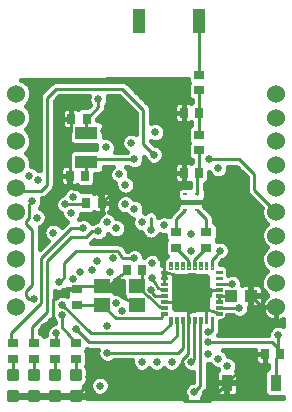
<source format=gbl>
G75*
%MOIN*%
%OFA0B0*%
%FSLAX24Y24*%
%IPPOS*%
%LPD*%
%AMOC8*
5,1,8,0,0,1.08239X$1,22.5*
%
%ADD10R,0.0276X0.0354*%
%ADD11R,0.0354X0.0276*%
%ADD12C,0.0118*%
%ADD13R,0.0750X0.0430*%
%ADD14R,0.0394X0.0787*%
%ADD15C,0.0252*%
%ADD16C,0.0035*%
%ADD17R,0.0157X0.0106*%
%ADD18R,0.0374X0.0551*%
%ADD19C,0.0600*%
%ADD20R,0.0551X0.0453*%
%ADD21R,0.0433X0.0394*%
%ADD22C,0.0100*%
%ADD23C,0.0260*%
%ADD24C,0.0160*%
D10*
X004917Y004680D03*
X005429Y004680D03*
X004079Y006930D03*
X003567Y006930D03*
X003529Y007830D03*
X003017Y007830D03*
X003067Y009730D03*
X003579Y009730D03*
X006817Y009930D03*
X007329Y009930D03*
X007329Y007930D03*
X006817Y007930D03*
X009517Y001880D03*
X010029Y001880D03*
D11*
X007573Y005424D03*
X007573Y005936D03*
X006573Y005936D03*
X006573Y005424D03*
X007323Y008674D03*
X007323Y009186D03*
X007323Y010674D03*
X007323Y011186D03*
X003273Y004036D03*
X003273Y003524D03*
X003223Y002236D03*
X003223Y001724D03*
X002523Y001724D03*
X002523Y002236D03*
X001823Y002236D03*
X001823Y001724D03*
X001123Y001724D03*
X001123Y002236D03*
D12*
X001261Y000347D02*
X000985Y000347D01*
X000985Y000623D01*
X001261Y000623D01*
X001261Y000347D01*
X001261Y000464D02*
X000985Y000464D01*
X000985Y000581D02*
X001261Y000581D01*
X001261Y001037D02*
X000985Y001037D01*
X000985Y001313D01*
X001261Y001313D01*
X001261Y001037D01*
X001261Y001154D02*
X000985Y001154D01*
X000985Y001271D02*
X001261Y001271D01*
X001685Y001037D02*
X001961Y001037D01*
X001685Y001037D02*
X001685Y001313D01*
X001961Y001313D01*
X001961Y001037D01*
X001961Y001154D02*
X001685Y001154D01*
X001685Y001271D02*
X001961Y001271D01*
X002385Y001037D02*
X002661Y001037D01*
X002385Y001037D02*
X002385Y001313D01*
X002661Y001313D01*
X002661Y001037D01*
X002661Y001154D02*
X002385Y001154D01*
X002385Y001271D02*
X002661Y001271D01*
X003085Y001037D02*
X003361Y001037D01*
X003085Y001037D02*
X003085Y001313D01*
X003361Y001313D01*
X003361Y001037D01*
X003361Y001154D02*
X003085Y001154D01*
X003085Y001271D02*
X003361Y001271D01*
X003361Y000347D02*
X003085Y000347D01*
X003085Y000623D01*
X003361Y000623D01*
X003361Y000347D01*
X003361Y000464D02*
X003085Y000464D01*
X003085Y000581D02*
X003361Y000581D01*
X002661Y000347D02*
X002385Y000347D01*
X002385Y000623D01*
X002661Y000623D01*
X002661Y000347D01*
X002661Y000464D02*
X002385Y000464D01*
X002385Y000581D02*
X002661Y000581D01*
X001961Y000347D02*
X001685Y000347D01*
X001685Y000623D01*
X001961Y000623D01*
X001961Y000347D01*
X001961Y000464D02*
X001685Y000464D01*
X001685Y000581D02*
X001961Y000581D01*
D13*
X003573Y008300D03*
X003573Y009260D03*
D14*
X005319Y012980D03*
X007327Y012980D03*
D15*
X006569Y004434D02*
X006569Y003426D01*
X006569Y004434D02*
X007577Y004434D01*
X007577Y003426D01*
X006569Y003426D01*
X006569Y003677D02*
X007577Y003677D01*
X007577Y003928D02*
X006569Y003928D01*
X006569Y004179D02*
X007577Y004179D01*
X007577Y004430D02*
X006569Y004430D01*
D16*
X006269Y004380D02*
X006067Y004380D01*
X006067Y004464D01*
X006269Y004464D01*
X006269Y004380D01*
X006269Y004414D02*
X006067Y004414D01*
X006067Y004448D02*
X006269Y004448D01*
X006269Y004577D02*
X006067Y004577D01*
X006067Y004661D01*
X006269Y004661D01*
X006269Y004577D01*
X006269Y004611D02*
X006067Y004611D01*
X006067Y004645D02*
X006269Y004645D01*
X006342Y004735D02*
X006342Y004937D01*
X006426Y004937D01*
X006426Y004735D01*
X006342Y004735D01*
X006342Y004769D02*
X006426Y004769D01*
X006426Y004803D02*
X006342Y004803D01*
X006342Y004837D02*
X006426Y004837D01*
X006426Y004871D02*
X006342Y004871D01*
X006342Y004905D02*
X006426Y004905D01*
X006539Y004937D02*
X006539Y004735D01*
X006539Y004937D02*
X006623Y004937D01*
X006623Y004735D01*
X006539Y004735D01*
X006539Y004769D02*
X006623Y004769D01*
X006623Y004803D02*
X006539Y004803D01*
X006539Y004837D02*
X006623Y004837D01*
X006623Y004871D02*
X006539Y004871D01*
X006539Y004905D02*
X006623Y004905D01*
X006736Y004937D02*
X006736Y004735D01*
X006736Y004937D02*
X006820Y004937D01*
X006820Y004735D01*
X006736Y004735D01*
X006736Y004769D02*
X006820Y004769D01*
X006820Y004803D02*
X006736Y004803D01*
X006736Y004837D02*
X006820Y004837D01*
X006820Y004871D02*
X006736Y004871D01*
X006736Y004905D02*
X006820Y004905D01*
X006933Y004937D02*
X006933Y004735D01*
X006933Y004937D02*
X007017Y004937D01*
X007017Y004735D01*
X006933Y004735D01*
X006933Y004769D02*
X007017Y004769D01*
X007017Y004803D02*
X006933Y004803D01*
X006933Y004837D02*
X007017Y004837D01*
X007017Y004871D02*
X006933Y004871D01*
X006933Y004905D02*
X007017Y004905D01*
X007130Y004937D02*
X007130Y004735D01*
X007130Y004937D02*
X007214Y004937D01*
X007214Y004735D01*
X007130Y004735D01*
X007130Y004769D02*
X007214Y004769D01*
X007214Y004803D02*
X007130Y004803D01*
X007130Y004837D02*
X007214Y004837D01*
X007214Y004871D02*
X007130Y004871D01*
X007130Y004905D02*
X007214Y004905D01*
X007327Y004937D02*
X007327Y004735D01*
X007327Y004937D02*
X007411Y004937D01*
X007411Y004735D01*
X007327Y004735D01*
X007327Y004769D02*
X007411Y004769D01*
X007411Y004803D02*
X007327Y004803D01*
X007327Y004837D02*
X007411Y004837D01*
X007411Y004871D02*
X007327Y004871D01*
X007327Y004905D02*
X007411Y004905D01*
X007523Y004937D02*
X007523Y004735D01*
X007523Y004937D02*
X007607Y004937D01*
X007607Y004735D01*
X007523Y004735D01*
X007523Y004769D02*
X007607Y004769D01*
X007607Y004803D02*
X007523Y004803D01*
X007523Y004837D02*
X007607Y004837D01*
X007607Y004871D02*
X007523Y004871D01*
X007523Y004905D02*
X007607Y004905D01*
X007720Y004937D02*
X007720Y004735D01*
X007720Y004937D02*
X007804Y004937D01*
X007804Y004735D01*
X007720Y004735D01*
X007720Y004769D02*
X007804Y004769D01*
X007804Y004803D02*
X007720Y004803D01*
X007720Y004837D02*
X007804Y004837D01*
X007804Y004871D02*
X007720Y004871D01*
X007720Y004905D02*
X007804Y004905D01*
X007878Y004661D02*
X008080Y004661D01*
X008080Y004577D01*
X007878Y004577D01*
X007878Y004661D01*
X007878Y004611D02*
X008080Y004611D01*
X008080Y004645D02*
X007878Y004645D01*
X007878Y004464D02*
X008080Y004464D01*
X008080Y004380D01*
X007878Y004380D01*
X007878Y004464D01*
X007878Y004414D02*
X008080Y004414D01*
X008080Y004448D02*
X007878Y004448D01*
X007878Y004267D02*
X008080Y004267D01*
X008080Y004183D01*
X007878Y004183D01*
X007878Y004267D01*
X007878Y004217D02*
X008080Y004217D01*
X008080Y004251D02*
X007878Y004251D01*
X007878Y004070D02*
X008080Y004070D01*
X008080Y003986D01*
X007878Y003986D01*
X007878Y004070D01*
X007878Y004020D02*
X008080Y004020D01*
X008080Y004054D02*
X007878Y004054D01*
X007878Y003874D02*
X008080Y003874D01*
X008080Y003790D01*
X007878Y003790D01*
X007878Y003874D01*
X007878Y003824D02*
X008080Y003824D01*
X008080Y003858D02*
X007878Y003858D01*
X007878Y003677D02*
X008080Y003677D01*
X008080Y003593D01*
X007878Y003593D01*
X007878Y003677D01*
X007878Y003627D02*
X008080Y003627D01*
X008080Y003661D02*
X007878Y003661D01*
X007878Y003480D02*
X008080Y003480D01*
X008080Y003396D01*
X007878Y003396D01*
X007878Y003480D01*
X007878Y003430D02*
X008080Y003430D01*
X008080Y003464D02*
X007878Y003464D01*
X007878Y003283D02*
X008080Y003283D01*
X008080Y003199D01*
X007878Y003199D01*
X007878Y003283D01*
X007878Y003233D02*
X008080Y003233D01*
X008080Y003267D02*
X007878Y003267D01*
X007804Y003125D02*
X007804Y002923D01*
X007720Y002923D01*
X007720Y003125D01*
X007804Y003125D01*
X007804Y002957D02*
X007720Y002957D01*
X007720Y002991D02*
X007804Y002991D01*
X007804Y003025D02*
X007720Y003025D01*
X007720Y003059D02*
X007804Y003059D01*
X007804Y003093D02*
X007720Y003093D01*
X007607Y003125D02*
X007607Y002923D01*
X007523Y002923D01*
X007523Y003125D01*
X007607Y003125D01*
X007607Y002957D02*
X007523Y002957D01*
X007523Y002991D02*
X007607Y002991D01*
X007607Y003025D02*
X007523Y003025D01*
X007523Y003059D02*
X007607Y003059D01*
X007607Y003093D02*
X007523Y003093D01*
X007411Y003125D02*
X007411Y002923D01*
X007327Y002923D01*
X007327Y003125D01*
X007411Y003125D01*
X007411Y002957D02*
X007327Y002957D01*
X007327Y002991D02*
X007411Y002991D01*
X007411Y003025D02*
X007327Y003025D01*
X007327Y003059D02*
X007411Y003059D01*
X007411Y003093D02*
X007327Y003093D01*
X007214Y003125D02*
X007214Y002923D01*
X007130Y002923D01*
X007130Y003125D01*
X007214Y003125D01*
X007214Y002957D02*
X007130Y002957D01*
X007130Y002991D02*
X007214Y002991D01*
X007214Y003025D02*
X007130Y003025D01*
X007130Y003059D02*
X007214Y003059D01*
X007214Y003093D02*
X007130Y003093D01*
X007017Y003125D02*
X007017Y002923D01*
X006933Y002923D01*
X006933Y003125D01*
X007017Y003125D01*
X007017Y002957D02*
X006933Y002957D01*
X006933Y002991D02*
X007017Y002991D01*
X007017Y003025D02*
X006933Y003025D01*
X006933Y003059D02*
X007017Y003059D01*
X007017Y003093D02*
X006933Y003093D01*
X006820Y003125D02*
X006820Y002923D01*
X006736Y002923D01*
X006736Y003125D01*
X006820Y003125D01*
X006820Y002957D02*
X006736Y002957D01*
X006736Y002991D02*
X006820Y002991D01*
X006820Y003025D02*
X006736Y003025D01*
X006736Y003059D02*
X006820Y003059D01*
X006820Y003093D02*
X006736Y003093D01*
X006623Y003125D02*
X006623Y002923D01*
X006539Y002923D01*
X006539Y003125D01*
X006623Y003125D01*
X006623Y002957D02*
X006539Y002957D01*
X006539Y002991D02*
X006623Y002991D01*
X006623Y003025D02*
X006539Y003025D01*
X006539Y003059D02*
X006623Y003059D01*
X006623Y003093D02*
X006539Y003093D01*
X006426Y003125D02*
X006426Y002923D01*
X006342Y002923D01*
X006342Y003125D01*
X006426Y003125D01*
X006426Y002957D02*
X006342Y002957D01*
X006342Y002991D02*
X006426Y002991D01*
X006426Y003025D02*
X006342Y003025D01*
X006342Y003059D02*
X006426Y003059D01*
X006426Y003093D02*
X006342Y003093D01*
X006269Y003199D02*
X006067Y003199D01*
X006067Y003283D01*
X006269Y003283D01*
X006269Y003199D01*
X006269Y003233D02*
X006067Y003233D01*
X006067Y003267D02*
X006269Y003267D01*
X006269Y003396D02*
X006067Y003396D01*
X006067Y003480D01*
X006269Y003480D01*
X006269Y003396D01*
X006269Y003430D02*
X006067Y003430D01*
X006067Y003464D02*
X006269Y003464D01*
X006269Y003593D02*
X006067Y003593D01*
X006067Y003677D01*
X006269Y003677D01*
X006269Y003593D01*
X006269Y003627D02*
X006067Y003627D01*
X006067Y003661D02*
X006269Y003661D01*
X006269Y003790D02*
X006067Y003790D01*
X006067Y003874D01*
X006269Y003874D01*
X006269Y003790D01*
X006269Y003824D02*
X006067Y003824D01*
X006067Y003858D02*
X006269Y003858D01*
X006269Y003986D02*
X006067Y003986D01*
X006067Y004070D01*
X006269Y004070D01*
X006269Y003986D01*
X006269Y004020D02*
X006067Y004020D01*
X006067Y004054D02*
X006269Y004054D01*
X006269Y004183D02*
X006067Y004183D01*
X006067Y004267D01*
X006269Y004267D01*
X006269Y004183D01*
X006269Y004217D02*
X006067Y004217D01*
X006067Y004251D02*
X006269Y004251D01*
D17*
X006876Y006694D03*
X006876Y006950D03*
X006876Y007206D03*
X007270Y007206D03*
X007270Y006950D03*
X007270Y006694D03*
D18*
X008256Y000930D03*
X009890Y000930D03*
D19*
X009904Y003467D03*
X009904Y004255D03*
X009904Y005042D03*
X009904Y005830D03*
X009904Y006617D03*
X009904Y007404D03*
X009904Y008192D03*
X009904Y008979D03*
X009904Y009767D03*
X009904Y010554D03*
X001243Y010554D03*
X001243Y009767D03*
X001243Y008979D03*
X001243Y008192D03*
X001243Y007404D03*
X001243Y006617D03*
X001243Y005830D03*
X001243Y005042D03*
X001243Y004255D03*
X001243Y003467D03*
D20*
X004083Y003515D03*
X004083Y004145D03*
X005264Y004145D03*
X005264Y003515D03*
D21*
X008389Y003830D03*
X009058Y003830D03*
D22*
X009421Y003467D01*
X009904Y003467D01*
X009973Y002530D02*
X009973Y002080D01*
X009773Y002280D01*
X007623Y002280D01*
X007623Y002630D02*
X007723Y002630D01*
X007773Y002680D01*
X007773Y003013D01*
X007762Y003024D01*
X007565Y003024D02*
X007565Y003438D01*
X007223Y003780D01*
X007472Y004028D01*
X007979Y004028D01*
X007067Y004028D01*
X006673Y003635D01*
X007073Y003635D01*
X007073Y003930D01*
X006729Y004474D01*
X006173Y004624D01*
X006168Y004619D01*
X006168Y004225D01*
X006168Y004028D02*
X005973Y004080D01*
X005773Y004430D01*
X005429Y004360D02*
X005264Y004145D01*
X006015Y003438D01*
X006168Y003438D01*
X006168Y003241D02*
X006062Y003091D01*
X005923Y003080D01*
X004568Y003080D01*
X004083Y003515D01*
X004042Y003524D01*
X003273Y003524D01*
X002773Y003530D02*
X003723Y002580D01*
X006073Y002580D01*
X006384Y002891D01*
X006384Y003024D01*
X006581Y003024D02*
X006581Y002488D01*
X006373Y002280D01*
X003673Y002280D01*
X003223Y002730D01*
X002773Y002786D02*
X003223Y002236D01*
X003223Y001724D02*
X003223Y001175D01*
X003673Y001130D02*
X003673Y000930D01*
X003273Y000530D01*
X003269Y000530D01*
X003223Y000485D01*
X002523Y000485D01*
X001823Y000485D01*
X001123Y000485D01*
X001123Y001175D02*
X001123Y001724D01*
X001123Y002236D02*
X001073Y002286D01*
X001073Y002580D01*
X002073Y003580D01*
X002073Y005080D01*
X003073Y006080D01*
X003473Y006080D01*
X003573Y005780D02*
X003073Y005780D01*
X002273Y004980D01*
X002273Y003280D01*
X001773Y002780D01*
X001773Y002286D01*
X001823Y002236D01*
X001823Y001724D02*
X001823Y001175D01*
X002523Y001175D02*
X002523Y001724D01*
X002523Y002236D02*
X002573Y002286D01*
X002573Y002580D01*
X002773Y002786D02*
X002773Y003180D01*
X002473Y003080D02*
X002173Y002780D01*
X002473Y003080D02*
X002473Y003730D01*
X002779Y004036D01*
X003273Y004036D01*
X003382Y004145D01*
X004083Y004145D01*
X005264Y003515D01*
X005773Y003930D02*
X005723Y004030D01*
X005773Y003930D02*
X005873Y003830D01*
X006166Y003830D01*
X006168Y003832D01*
X006168Y003635D02*
X006673Y003635D01*
X006873Y003780D02*
X006629Y004024D01*
X006629Y004130D01*
X006928Y003832D01*
X006975Y003832D01*
X007073Y003930D01*
X007223Y003780D01*
X007073Y003930D02*
X007172Y004028D01*
X006975Y003832D02*
X006975Y003024D01*
X006975Y001882D01*
X006773Y001680D01*
X006773Y000680D01*
X006623Y000530D01*
X006673Y000530D01*
X006873Y000330D01*
X007656Y000330D01*
X008256Y000930D01*
X009206Y001880D01*
X009517Y001880D01*
X009890Y001741D02*
X010029Y001880D01*
X009973Y001936D01*
X009973Y002080D01*
X009890Y001741D02*
X009890Y000930D01*
X007979Y003241D02*
X007662Y003341D01*
X007565Y003438D01*
X007979Y003438D02*
X007987Y003430D01*
X008673Y003430D01*
X008389Y003830D02*
X008387Y003832D01*
X007979Y003832D01*
X007979Y003635D01*
X007979Y004225D02*
X007984Y004230D01*
X008423Y004230D01*
X007762Y004836D02*
X007762Y005019D01*
X007923Y005180D01*
X007923Y005230D01*
X008023Y005330D01*
X007573Y005424D02*
X007172Y005023D01*
X007172Y004836D01*
X006975Y004836D02*
X006975Y005023D01*
X006573Y005424D01*
X006173Y004980D02*
X006173Y004624D01*
X006173Y004980D02*
X006073Y005080D01*
X005429Y004680D02*
X005429Y004360D01*
X004917Y004680D02*
X004332Y004195D01*
X004083Y004145D01*
X004773Y005080D02*
X004623Y005330D01*
X003223Y005330D01*
X002823Y004930D01*
X002823Y004430D01*
X002673Y004280D01*
X001773Y004180D02*
X001773Y006030D01*
X001573Y006230D01*
X001573Y006330D01*
X001673Y006430D01*
X001673Y006880D01*
X001773Y006980D01*
X002073Y007330D02*
X001317Y007330D01*
X001243Y007404D01*
X002073Y007330D02*
X002273Y007530D01*
X002273Y010430D01*
X002573Y010730D01*
X004773Y010730D01*
X005473Y010030D01*
X005473Y008880D01*
X005823Y008530D01*
X005173Y008380D02*
X003653Y008380D01*
X003573Y008300D01*
X003573Y007874D01*
X003529Y007830D01*
X003773Y007380D02*
X003173Y007380D01*
X002973Y007580D01*
X002973Y007786D01*
X003017Y007830D01*
X003017Y009136D01*
X002973Y009180D01*
X002573Y008780D01*
X002573Y006680D01*
X002873Y006380D01*
X002873Y006280D01*
X002873Y006880D02*
X003517Y006880D01*
X003567Y006930D01*
X003773Y007380D02*
X004079Y007074D01*
X004079Y006930D01*
X004329Y007180D01*
X005123Y007180D01*
X005273Y007330D01*
X005273Y007586D01*
X006373Y007680D02*
X006373Y007180D01*
X006604Y006950D01*
X006876Y006950D01*
X007270Y006950D01*
X007404Y006950D01*
X007573Y006780D01*
X007270Y006694D02*
X007573Y006391D01*
X007573Y005936D01*
X006876Y006694D02*
X006573Y006391D01*
X006573Y005936D01*
X005723Y006030D02*
X005723Y006424D01*
X006373Y007680D02*
X006573Y007880D01*
X006767Y007880D01*
X006817Y007930D01*
X007270Y007871D02*
X007270Y007206D01*
X007329Y007930D02*
X007329Y008668D01*
X007673Y008380D02*
X008673Y008380D01*
X009173Y007880D01*
X009173Y007348D01*
X009904Y006617D01*
X007323Y009186D02*
X007323Y009924D01*
X007329Y009930D02*
X007329Y010668D01*
X007323Y011186D02*
X007323Y012976D01*
X007327Y012980D01*
X003973Y010380D02*
X003973Y010124D01*
X003579Y009730D01*
X003573Y009724D01*
X003573Y009260D01*
X003067Y009274D02*
X002973Y009180D01*
X003067Y009274D02*
X003067Y009730D01*
X003773Y005980D02*
X003573Y005780D01*
X003773Y005980D02*
X003973Y005980D01*
X004773Y005080D02*
X005173Y005080D01*
X006778Y003024D02*
X006778Y002085D01*
X006623Y001930D01*
X004273Y001930D01*
X003273Y000530D02*
X006623Y000530D01*
X007173Y000630D02*
X007369Y000825D01*
X007369Y003024D01*
X007172Y003024D02*
X007172Y001728D01*
X007073Y001630D01*
X001823Y003730D02*
X001673Y003730D01*
X001573Y003830D01*
X001573Y003980D01*
X001773Y004180D01*
D23*
X001823Y003730D03*
X002173Y002780D03*
X002573Y002580D03*
X002773Y003180D03*
X002773Y003530D03*
X002673Y004280D03*
X003123Y004380D03*
X003373Y004630D03*
X003773Y004680D03*
X003923Y004980D03*
X004473Y005080D03*
X004373Y004630D03*
X005173Y005080D03*
X005773Y004930D03*
X006073Y005080D03*
X005773Y004430D03*
X005723Y004030D03*
X004773Y003330D03*
X004573Y003580D03*
X004273Y002830D03*
X004273Y001930D03*
X003673Y001130D03*
X004023Y000830D03*
X005423Y001630D03*
X005923Y001630D03*
X006423Y001630D03*
X007073Y001630D03*
X007623Y001880D03*
X007973Y001730D03*
X008273Y001480D03*
X007623Y002280D03*
X007623Y002630D03*
X007223Y003780D03*
X006873Y003780D03*
X007073Y005330D03*
X007073Y005880D03*
X006173Y006180D03*
X005723Y006030D03*
X005423Y006280D03*
X005173Y006730D03*
X004873Y006880D03*
X004873Y007530D03*
X004673Y007880D03*
X005173Y008380D03*
X005073Y008930D03*
X005823Y008530D03*
X006273Y008980D03*
X005873Y009280D03*
X004173Y009330D03*
X004223Y008780D03*
X002973Y009180D03*
X003973Y010380D03*
X001673Y007830D03*
X001973Y007680D03*
X001773Y006980D03*
X001923Y006430D03*
X002473Y005930D03*
X002873Y006280D03*
X003073Y006580D03*
X002873Y006880D03*
X003123Y007130D03*
X003473Y006080D03*
X003973Y005980D03*
X004273Y006280D03*
X004573Y006080D03*
X003223Y002730D03*
X007173Y000630D03*
X008673Y003430D03*
X008423Y004230D03*
X008023Y005330D03*
X007573Y006780D03*
X007973Y008080D03*
X007673Y008380D03*
X009973Y002530D03*
D24*
X010123Y002825D02*
X010039Y002860D01*
X009908Y002860D01*
X009786Y002810D01*
X009694Y002717D01*
X009643Y002596D01*
X009643Y002530D01*
X007977Y002530D01*
X007985Y002538D01*
X008023Y002630D01*
X008023Y003002D01*
X008105Y003002D01*
X008156Y003015D01*
X008201Y003041D01*
X008237Y003078D01*
X008263Y003123D01*
X008277Y003174D01*
X008277Y003180D01*
X008457Y003180D01*
X008486Y003150D01*
X008608Y003100D01*
X008739Y003100D01*
X008860Y003150D01*
X008953Y003243D01*
X009003Y003364D01*
X009003Y003453D01*
X009040Y003453D01*
X009040Y003812D01*
X009076Y003812D01*
X009076Y003453D01*
X009298Y003453D01*
X009344Y003465D01*
X009385Y003489D01*
X009419Y003523D01*
X009430Y003542D01*
X009424Y003505D01*
X009424Y003467D01*
X009424Y003430D01*
X009436Y003355D01*
X009459Y003283D01*
X009493Y003216D01*
X009538Y003155D01*
X009591Y003101D01*
X009652Y003057D01*
X009720Y003023D01*
X009792Y002999D01*
X009866Y002987D01*
X009904Y002987D01*
X009904Y003467D01*
X009904Y002987D01*
X009942Y002987D01*
X010016Y002999D01*
X010088Y003023D01*
X010123Y003040D01*
X010123Y002825D01*
X010123Y002851D02*
X010059Y002851D01*
X010050Y003010D02*
X010123Y003010D01*
X009904Y003010D02*
X009904Y003010D01*
X009758Y003010D02*
X008135Y003010D01*
X008023Y002851D02*
X009887Y002851D01*
X009684Y002693D02*
X008023Y002693D01*
X007981Y002534D02*
X009643Y002534D01*
X009200Y002030D02*
X009200Y001880D01*
X009200Y001679D01*
X009212Y001633D01*
X009236Y001592D01*
X009269Y001559D01*
X009310Y001535D01*
X009356Y001523D01*
X009517Y001523D01*
X009517Y001880D01*
X009200Y001880D01*
X009517Y001880D01*
X009517Y001880D01*
X009517Y001880D01*
X009517Y001523D01*
X009640Y001523D01*
X009640Y001406D01*
X009620Y001406D01*
X009503Y001288D01*
X009503Y000572D01*
X009620Y000454D01*
X010123Y000454D01*
X010123Y000430D01*
X007440Y000430D01*
X007453Y000443D01*
X007503Y000564D01*
X007503Y000606D01*
X007581Y000684D01*
X007619Y000776D01*
X007619Y001550D01*
X007689Y001550D01*
X007690Y001551D01*
X007694Y001543D01*
X007786Y001450D01*
X007908Y001400D01*
X007949Y001400D01*
X007968Y001355D01*
X007959Y001350D01*
X007925Y001316D01*
X007902Y001275D01*
X007889Y001229D01*
X007889Y000944D01*
X008243Y000944D01*
X008243Y000916D01*
X008270Y000916D01*
X008270Y000474D01*
X008467Y000474D01*
X008513Y000487D01*
X008554Y000510D01*
X008587Y000544D01*
X008611Y000585D01*
X008623Y000631D01*
X008623Y000916D01*
X008270Y000916D01*
X008270Y000944D01*
X008623Y000944D01*
X008623Y001229D01*
X008611Y001275D01*
X008587Y001316D01*
X008570Y001334D01*
X008603Y001414D01*
X008603Y001546D01*
X008553Y001667D01*
X008460Y001760D01*
X008339Y001810D01*
X008297Y001810D01*
X008253Y001917D01*
X008160Y002010D01*
X008111Y002030D01*
X009200Y002030D01*
X009200Y001900D02*
X008260Y001900D01*
X008478Y001742D02*
X009200Y001742D01*
X009244Y001583D02*
X008588Y001583D01*
X008603Y001425D02*
X009640Y001425D01*
X009517Y001583D02*
X009517Y001583D01*
X009517Y001742D02*
X009517Y001742D01*
X009503Y001266D02*
X008613Y001266D01*
X008623Y001108D02*
X009503Y001108D01*
X009503Y000949D02*
X008623Y000949D01*
X008623Y000791D02*
X009503Y000791D01*
X009503Y000632D02*
X008623Y000632D01*
X008270Y000632D02*
X008243Y000632D01*
X008243Y000474D02*
X008046Y000474D01*
X008000Y000487D01*
X007959Y000510D01*
X007925Y000544D01*
X007902Y000585D01*
X007889Y000631D01*
X007889Y000916D01*
X008243Y000916D01*
X008243Y000474D01*
X008243Y000791D02*
X008270Y000791D01*
X007889Y000791D02*
X007619Y000791D01*
X007619Y000949D02*
X007889Y000949D01*
X007889Y001108D02*
X007619Y001108D01*
X007619Y001266D02*
X007899Y001266D01*
X007847Y001425D02*
X007619Y001425D01*
X007119Y001300D02*
X007119Y000960D01*
X007108Y000960D01*
X006986Y000910D01*
X006894Y000817D01*
X006843Y000696D01*
X006843Y000564D01*
X006894Y000443D01*
X006907Y000430D01*
X003600Y000430D01*
X003600Y000466D01*
X003242Y000466D01*
X003242Y000503D01*
X003600Y000503D01*
X003600Y000646D01*
X003591Y000692D01*
X003573Y000736D01*
X003547Y000775D01*
X003513Y000808D01*
X003502Y000816D01*
X003508Y000818D01*
X003581Y000891D01*
X003620Y000986D01*
X003620Y001365D01*
X003581Y001460D01*
X003569Y001472D01*
X003600Y001503D01*
X003600Y001945D01*
X003565Y001980D01*
X003600Y002015D01*
X003600Y002040D01*
X003624Y002030D01*
X003958Y002030D01*
X003943Y001996D01*
X003943Y001864D01*
X003994Y001743D01*
X004086Y001650D01*
X004208Y001600D01*
X004339Y001600D01*
X004460Y001650D01*
X004490Y001680D01*
X005093Y001680D01*
X005093Y001564D01*
X005144Y001443D01*
X005236Y001350D01*
X005358Y001300D01*
X005489Y001300D01*
X005610Y001350D01*
X005673Y001413D01*
X005736Y001350D01*
X005858Y001300D01*
X005989Y001300D01*
X006110Y001350D01*
X006173Y001413D01*
X006236Y001350D01*
X006358Y001300D01*
X006489Y001300D01*
X006610Y001350D01*
X006703Y001443D01*
X006748Y001552D01*
X006794Y001443D01*
X006886Y001350D01*
X007008Y001300D01*
X007119Y001300D01*
X007119Y001266D02*
X003620Y001266D01*
X003620Y001108D02*
X003835Y001108D01*
X003836Y001110D02*
X003744Y001017D01*
X003693Y000896D01*
X003693Y000764D01*
X003744Y000643D01*
X003836Y000550D01*
X003958Y000500D01*
X004089Y000500D01*
X004210Y000550D01*
X004303Y000643D01*
X004353Y000764D01*
X004353Y000896D01*
X004303Y001017D01*
X004210Y001110D01*
X004089Y001160D01*
X003958Y001160D01*
X003836Y001110D01*
X003716Y000949D02*
X003605Y000949D01*
X003531Y000791D02*
X003693Y000791D01*
X003754Y000632D02*
X003600Y000632D01*
X003242Y000474D02*
X006881Y000474D01*
X006843Y000632D02*
X004292Y000632D01*
X004353Y000791D02*
X006883Y000791D01*
X007082Y000949D02*
X004331Y000949D01*
X004212Y001108D02*
X007119Y001108D01*
X006812Y001425D02*
X006685Y001425D01*
X007529Y000632D02*
X007889Y000632D01*
X007466Y000474D02*
X009601Y000474D01*
X009528Y003168D02*
X008878Y003168D01*
X008988Y003327D02*
X009445Y003327D01*
X009424Y003467D02*
X009904Y003467D01*
X009904Y003467D01*
X009904Y003467D01*
X009424Y003467D01*
X009424Y003485D02*
X009379Y003485D01*
X009454Y003637D02*
X009454Y003812D01*
X009076Y003812D01*
X009076Y003848D01*
X009454Y003848D01*
X009454Y004034D01*
X009480Y003972D01*
X009607Y003845D01*
X009591Y003834D01*
X009538Y003780D01*
X009493Y003719D01*
X009459Y003652D01*
X009454Y003637D01*
X009454Y003644D02*
X009457Y003644D01*
X009454Y003802D02*
X009560Y003802D01*
X009491Y003961D02*
X009454Y003961D01*
X009406Y004149D02*
X009385Y004171D01*
X009344Y004195D01*
X009298Y004207D01*
X009076Y004207D01*
X009076Y003848D01*
X009040Y003848D01*
X009040Y004207D01*
X008818Y004207D01*
X008772Y004195D01*
X008753Y004184D01*
X008753Y004296D01*
X008703Y004417D01*
X008610Y004510D01*
X008489Y004560D01*
X008358Y004560D01*
X008297Y004535D01*
X008297Y004750D01*
X008169Y004878D01*
X008021Y004878D01*
X008021Y004924D01*
X008065Y004968D01*
X008102Y005006D01*
X008210Y005050D01*
X008303Y005143D01*
X008353Y005264D01*
X008353Y005396D01*
X008303Y005517D01*
X008210Y005610D01*
X008089Y005660D01*
X007958Y005660D01*
X007942Y005653D01*
X007915Y005680D01*
X007950Y005715D01*
X007950Y006157D01*
X007833Y006274D01*
X007823Y006274D01*
X007823Y006440D01*
X007785Y006532D01*
X007549Y006769D01*
X007549Y006830D01*
X007524Y006855D01*
X007529Y006873D01*
X007529Y006950D01*
X007529Y007027D01*
X007524Y007045D01*
X007549Y007070D01*
X007549Y007342D01*
X007520Y007370D01*
X007520Y007553D01*
X007550Y007553D01*
X007667Y007670D01*
X007667Y007957D01*
X007694Y007893D01*
X007786Y007800D01*
X007908Y007750D01*
X008039Y007750D01*
X008160Y007800D01*
X008253Y007893D01*
X008303Y008014D01*
X008303Y008130D01*
X008570Y008130D01*
X008923Y007776D01*
X008923Y007298D01*
X008961Y007206D01*
X009418Y006750D01*
X009404Y006716D01*
X009404Y006518D01*
X009480Y006334D01*
X009591Y006223D01*
X009480Y006113D01*
X009404Y005929D01*
X009404Y005730D01*
X009480Y005546D01*
X009591Y005436D01*
X009480Y005325D01*
X009404Y005142D01*
X009404Y004943D01*
X009480Y004759D01*
X009591Y004649D01*
X009480Y004538D01*
X009404Y004354D01*
X009404Y004155D01*
X009406Y004149D01*
X009404Y004278D02*
X008753Y004278D01*
X008684Y004436D02*
X009438Y004436D01*
X009537Y004595D02*
X008297Y004595D01*
X008294Y004753D02*
X009486Y004753D01*
X009417Y004912D02*
X008021Y004912D01*
X008231Y005070D02*
X009404Y005070D01*
X009440Y005229D02*
X008339Y005229D01*
X008353Y005387D02*
X009542Y005387D01*
X009481Y005546D02*
X008274Y005546D01*
X007940Y005704D02*
X009415Y005704D01*
X009404Y005863D02*
X007950Y005863D01*
X007950Y006021D02*
X009442Y006021D01*
X009547Y006180D02*
X007927Y006180D01*
X007823Y006339D02*
X009478Y006339D01*
X009413Y006497D02*
X007800Y006497D01*
X007662Y006656D02*
X009404Y006656D01*
X009353Y006814D02*
X007549Y006814D01*
X007529Y006950D02*
X007270Y006950D01*
X007270Y006950D01*
X007135Y006950D01*
X006876Y006950D01*
X006876Y006950D01*
X006618Y006950D01*
X006618Y007027D01*
X006623Y007045D01*
X006598Y007070D01*
X006598Y007342D01*
X006715Y007459D01*
X007020Y007459D01*
X007020Y007584D01*
X006979Y007573D01*
X006817Y007573D01*
X006817Y007930D01*
X006500Y007930D01*
X006500Y007729D01*
X006512Y007683D01*
X006536Y007642D01*
X006569Y007609D01*
X006610Y007585D01*
X006656Y007573D01*
X006817Y007573D01*
X006817Y007930D01*
X006817Y007930D01*
X006500Y007930D01*
X006500Y008131D01*
X006512Y008177D01*
X006536Y008218D01*
X006569Y008251D01*
X006610Y008275D01*
X006656Y008287D01*
X006817Y008287D01*
X006817Y007930D01*
X006817Y007930D01*
X006817Y007930D01*
X006817Y008287D01*
X006979Y008287D01*
X007025Y008275D01*
X007057Y008256D01*
X007079Y008278D01*
X007079Y008336D01*
X007063Y008336D01*
X006946Y008453D01*
X006946Y008895D01*
X006981Y008930D01*
X006946Y008965D01*
X006946Y009407D01*
X007063Y009524D01*
X007073Y009524D01*
X007073Y009588D01*
X007057Y009604D01*
X007025Y009585D01*
X006979Y009573D01*
X006817Y009573D01*
X006817Y009930D01*
X006500Y009930D01*
X006500Y010131D01*
X006512Y010177D01*
X006536Y010218D01*
X006569Y010251D01*
X006610Y010275D01*
X006656Y010287D01*
X006817Y010287D01*
X006817Y009930D01*
X006817Y009930D01*
X006500Y009930D01*
X006500Y009729D01*
X006512Y009683D01*
X006536Y009642D01*
X006569Y009609D01*
X006610Y009585D01*
X006656Y009573D01*
X006817Y009573D01*
X006817Y009930D01*
X006817Y009930D01*
X006817Y009930D01*
X006817Y010287D01*
X006979Y010287D01*
X007025Y010275D01*
X007057Y010256D01*
X007079Y010278D01*
X007079Y010336D01*
X007063Y010336D01*
X006946Y010453D01*
X006946Y010895D01*
X006981Y010930D01*
X006946Y010965D01*
X006946Y011062D01*
X001394Y011033D01*
X001526Y010978D01*
X001666Y010837D01*
X001743Y010653D01*
X001743Y010455D01*
X001666Y010271D01*
X001556Y010160D01*
X001666Y010050D01*
X001743Y009866D01*
X001743Y009667D01*
X001666Y009483D01*
X001556Y009373D01*
X001666Y009262D01*
X001743Y009079D01*
X001743Y008880D01*
X001666Y008696D01*
X001556Y008586D01*
X001666Y008475D01*
X001743Y008291D01*
X001743Y008158D01*
X001860Y008110D01*
X001953Y008017D01*
X001956Y008010D01*
X002023Y008010D01*
X002023Y010480D01*
X002061Y010572D01*
X002132Y010642D01*
X002432Y010942D01*
X002524Y010980D01*
X004823Y010980D01*
X004915Y010942D01*
X004985Y010872D01*
X005685Y010172D01*
X005723Y010080D01*
X005723Y009575D01*
X005808Y009610D01*
X005939Y009610D01*
X006060Y009560D01*
X006153Y009467D01*
X006203Y009346D01*
X006203Y009214D01*
X006153Y009093D01*
X006060Y009000D01*
X005939Y008950D01*
X005808Y008950D01*
X005723Y008985D01*
X005723Y008984D01*
X005847Y008860D01*
X005889Y008860D01*
X006010Y008810D01*
X006103Y008717D01*
X006153Y008596D01*
X006153Y008464D01*
X006103Y008343D01*
X006010Y008250D01*
X005889Y008200D01*
X005758Y008200D01*
X005636Y008250D01*
X005544Y008343D01*
X005503Y008440D01*
X005503Y008314D01*
X005453Y008193D01*
X005360Y008100D01*
X005239Y008050D01*
X005108Y008050D01*
X004986Y008100D01*
X004957Y008130D01*
X004890Y008130D01*
X004953Y008067D01*
X005003Y007946D01*
X005003Y007833D01*
X005060Y007810D01*
X005153Y007717D01*
X005203Y007596D01*
X005203Y007464D01*
X005153Y007343D01*
X005060Y007250D01*
X004951Y007205D01*
X005060Y007160D01*
X005153Y007067D01*
X005156Y007060D01*
X005239Y007060D01*
X005360Y007010D01*
X005453Y006917D01*
X005503Y006796D01*
X005503Y006664D01*
X005481Y006610D01*
X005489Y006610D01*
X005536Y006590D01*
X005582Y006636D01*
X005674Y006674D01*
X005773Y006674D01*
X005865Y006636D01*
X005935Y006566D01*
X005973Y006474D01*
X005973Y006447D01*
X005986Y006460D01*
X006108Y006510D01*
X006239Y006510D01*
X006336Y006470D01*
X006361Y006532D01*
X006598Y006769D01*
X006598Y006830D01*
X006623Y006855D01*
X006618Y006873D01*
X006618Y006950D01*
X006876Y006950D01*
X006876Y006950D01*
X007270Y006950D01*
X007529Y006950D01*
X007529Y006973D02*
X009195Y006973D01*
X009036Y007131D02*
X007549Y007131D01*
X007549Y007290D02*
X008927Y007290D01*
X008923Y007448D02*
X007520Y007448D01*
X007604Y007607D02*
X008923Y007607D01*
X008923Y007765D02*
X008075Y007765D01*
X008266Y007924D02*
X008776Y007924D01*
X008618Y008082D02*
X008303Y008082D01*
X007871Y007765D02*
X007667Y007765D01*
X007667Y007924D02*
X007681Y007924D01*
X007329Y007930D02*
X007270Y007871D01*
X006817Y007924D02*
X006817Y007924D01*
X006817Y008082D02*
X006817Y008082D01*
X006817Y008241D02*
X006817Y008241D01*
X007001Y008399D02*
X006126Y008399D01*
X006153Y008558D02*
X006946Y008558D01*
X006946Y008716D02*
X006103Y008716D01*
X005832Y008875D02*
X006946Y008875D01*
X006946Y009033D02*
X006093Y009033D01*
X006194Y009192D02*
X006946Y009192D01*
X006946Y009350D02*
X006202Y009350D01*
X006111Y009509D02*
X007048Y009509D01*
X006817Y009667D02*
X006817Y009667D01*
X006817Y009826D02*
X006817Y009826D01*
X006817Y009984D02*
X006817Y009984D01*
X006817Y010143D02*
X006817Y010143D01*
X007079Y010301D02*
X005556Y010301D01*
X005697Y010143D02*
X006503Y010143D01*
X006500Y009984D02*
X005723Y009984D01*
X005723Y009826D02*
X006500Y009826D01*
X006521Y009667D02*
X005723Y009667D01*
X005223Y009667D02*
X004039Y009667D01*
X004031Y009675D02*
X003917Y009675D01*
X003917Y009714D01*
X004185Y009982D01*
X004223Y010074D01*
X004223Y010163D01*
X004253Y010193D01*
X004303Y010314D01*
X004303Y010446D01*
X004289Y010480D01*
X004670Y010480D01*
X005223Y009926D01*
X005223Y009225D01*
X005139Y009260D01*
X005008Y009260D01*
X004886Y009210D01*
X004794Y009117D01*
X004743Y008996D01*
X004743Y008864D01*
X004794Y008743D01*
X004886Y008650D01*
X004935Y008630D01*
X004518Y008630D01*
X004553Y008714D01*
X004553Y008846D01*
X004503Y008967D01*
X004410Y009060D01*
X004289Y009110D01*
X004158Y009110D01*
X004148Y009106D01*
X004148Y009558D01*
X004031Y009675D01*
X004028Y009826D02*
X005223Y009826D01*
X005166Y009984D02*
X004186Y009984D01*
X004223Y010143D02*
X005007Y010143D01*
X004849Y010301D02*
X004298Y010301D01*
X004298Y010460D02*
X004690Y010460D01*
X005080Y010777D02*
X006946Y010777D01*
X006946Y010618D02*
X005239Y010618D01*
X005397Y010460D02*
X006946Y010460D01*
X007323Y010674D02*
X007329Y010668D01*
X006976Y010935D02*
X004922Y010935D01*
X003643Y010314D02*
X003692Y010196D01*
X003603Y010107D01*
X003359Y010107D01*
X003307Y010056D01*
X003275Y010075D01*
X003229Y010087D01*
X003067Y010087D01*
X002906Y010087D01*
X002860Y010075D01*
X002819Y010051D01*
X002786Y010018D01*
X002762Y009977D01*
X002750Y009931D01*
X002750Y009730D01*
X002750Y009529D01*
X002762Y009483D01*
X002786Y009442D01*
X002819Y009409D01*
X002860Y009385D01*
X002906Y009373D01*
X002998Y009373D01*
X002998Y008962D01*
X003115Y008845D01*
X003893Y008845D01*
X003893Y008715D01*
X003115Y008715D01*
X002998Y008598D01*
X002998Y008187D01*
X002856Y008187D01*
X002810Y008175D01*
X002769Y008151D01*
X002736Y008118D01*
X002712Y008077D01*
X002700Y008031D01*
X002700Y007830D01*
X002700Y007629D01*
X002712Y007583D01*
X002736Y007542D01*
X002769Y007509D01*
X002810Y007485D01*
X002856Y007473D01*
X003017Y007473D01*
X003017Y007830D01*
X002700Y007830D01*
X003017Y007830D01*
X003017Y007830D01*
X003017Y007830D01*
X003017Y007473D01*
X003179Y007473D01*
X003225Y007485D01*
X003257Y007504D01*
X003309Y007453D01*
X003750Y007453D01*
X003867Y007570D01*
X003867Y007885D01*
X004031Y007885D01*
X004148Y008002D01*
X004148Y008130D01*
X004457Y008130D01*
X004394Y008067D01*
X004343Y007946D01*
X004343Y007814D01*
X004394Y007693D01*
X004486Y007600D01*
X004543Y007577D01*
X004543Y007464D01*
X004594Y007343D01*
X004686Y007250D01*
X004796Y007205D01*
X004686Y007160D01*
X004594Y007067D01*
X004543Y006946D01*
X004543Y006814D01*
X004397Y006814D01*
X004397Y006729D02*
X004397Y006930D01*
X004397Y007131D01*
X004658Y007131D01*
X004647Y007290D02*
X003806Y007290D01*
X003788Y007307D02*
X003839Y007256D01*
X003872Y007275D01*
X003918Y007287D01*
X004079Y007287D01*
X004079Y006930D01*
X004079Y006930D01*
X004079Y006573D01*
X003918Y006573D01*
X003872Y006585D01*
X003839Y006604D01*
X003788Y006553D01*
X003403Y006553D01*
X003403Y006514D01*
X003353Y006393D01*
X003343Y006383D01*
X003408Y006410D01*
X003539Y006410D01*
X003660Y006360D01*
X003753Y006267D01*
X003765Y006238D01*
X003786Y006260D01*
X003908Y006310D01*
X003943Y006310D01*
X003943Y006346D01*
X003994Y006467D01*
X004086Y006560D01*
X004118Y006573D01*
X004079Y006573D01*
X004079Y006930D01*
X004079Y006930D01*
X004079Y007287D01*
X004241Y007287D01*
X004286Y007275D01*
X004328Y007251D01*
X004361Y007218D01*
X004385Y007177D01*
X004397Y007131D01*
X004397Y006973D02*
X004554Y006973D01*
X004543Y006814D02*
X004594Y006693D01*
X004686Y006600D01*
X004808Y006550D01*
X004891Y006550D01*
X004894Y006543D01*
X004986Y006450D01*
X005108Y006400D01*
X005116Y006400D01*
X005093Y006346D01*
X005093Y006214D01*
X005144Y006093D01*
X005236Y006000D01*
X005358Y005950D01*
X005399Y005950D01*
X005444Y005843D01*
X005536Y005750D01*
X005658Y005700D01*
X005789Y005700D01*
X005910Y005750D01*
X006003Y005843D01*
X006021Y005886D01*
X006108Y005850D01*
X006196Y005850D01*
X006196Y005715D01*
X006231Y005680D01*
X006196Y005645D01*
X006196Y005203D01*
X006249Y005150D01*
X006125Y005026D01*
X006125Y004858D01*
X006101Y004858D01*
X006103Y004864D01*
X006103Y004996D01*
X006053Y005117D01*
X005960Y005210D01*
X005839Y005260D01*
X005708Y005260D01*
X005586Y005210D01*
X005503Y005127D01*
X005503Y005146D01*
X005453Y005267D01*
X005360Y005360D01*
X005239Y005410D01*
X005108Y005410D01*
X004986Y005360D01*
X004957Y005330D01*
X004915Y005330D01*
X004847Y005443D01*
X004835Y005472D01*
X004822Y005485D01*
X004812Y005501D01*
X004787Y005520D01*
X004765Y005542D01*
X004747Y005549D01*
X004732Y005560D01*
X004702Y005568D01*
X004673Y005580D01*
X004654Y005580D01*
X004636Y005585D01*
X004605Y005580D01*
X003727Y005580D01*
X003785Y005638D01*
X003829Y005682D01*
X003908Y005650D01*
X004039Y005650D01*
X004160Y005700D01*
X004253Y005793D01*
X004294Y005892D01*
X004386Y005800D01*
X004508Y005750D01*
X004639Y005750D01*
X004760Y005800D01*
X004853Y005893D01*
X004903Y006014D01*
X004903Y006146D01*
X004853Y006267D01*
X004760Y006360D01*
X004639Y006410D01*
X004577Y006410D01*
X004553Y006467D01*
X004460Y006560D01*
X004339Y006610D01*
X004329Y006610D01*
X004361Y006642D01*
X004385Y006683D01*
X004397Y006729D01*
X004369Y006656D02*
X004631Y006656D01*
X004523Y006497D02*
X004940Y006497D01*
X005093Y006339D02*
X004782Y006339D01*
X004889Y006180D02*
X005108Y006180D01*
X005215Y006021D02*
X004903Y006021D01*
X004823Y005863D02*
X005435Y005863D01*
X005647Y005704D02*
X004165Y005704D01*
X004282Y005863D02*
X004324Y005863D01*
X004755Y005546D02*
X006196Y005546D01*
X006196Y005387D02*
X005293Y005387D01*
X005469Y005229D02*
X005633Y005229D01*
X005914Y005229D02*
X006196Y005229D01*
X006170Y005070D02*
X006072Y005070D01*
X006103Y004912D02*
X006125Y004912D01*
X006168Y004602D02*
X006168Y004602D01*
X006168Y004422D01*
X006168Y004422D01*
X006168Y004602D01*
X006168Y004595D02*
X006168Y004595D01*
X006168Y004436D02*
X006168Y004436D01*
X006486Y004010D02*
X006993Y004010D01*
X006993Y003850D01*
X006486Y003850D01*
X006486Y004010D01*
X006486Y003961D02*
X006993Y003961D01*
X006993Y004010D02*
X006993Y004517D01*
X007153Y004517D01*
X007153Y004010D01*
X006993Y004010D01*
X006993Y004119D02*
X007153Y004119D01*
X007153Y004010D02*
X007681Y004010D01*
X007681Y003983D01*
X007661Y003963D01*
X007661Y003850D01*
X007153Y003850D01*
X007153Y003343D01*
X007040Y003343D01*
X007020Y003323D01*
X006993Y003323D01*
X006993Y003850D01*
X007153Y003850D01*
X007153Y004010D01*
X007153Y003961D02*
X007661Y003961D01*
X007153Y003802D02*
X006993Y003802D01*
X006993Y003644D02*
X007153Y003644D01*
X007153Y003485D02*
X006993Y003485D01*
X006993Y003327D02*
X007025Y003327D01*
X006993Y004278D02*
X007153Y004278D01*
X007153Y004436D02*
X006993Y004436D01*
X006207Y005704D02*
X005800Y005704D01*
X006011Y005863D02*
X006076Y005863D01*
X006076Y006497D02*
X005964Y006497D01*
X005818Y006656D02*
X006485Y006656D01*
X006598Y006814D02*
X005496Y006814D01*
X005500Y006656D02*
X005629Y006656D01*
X005398Y006973D02*
X006618Y006973D01*
X006598Y007131D02*
X005089Y007131D01*
X005100Y007290D02*
X006598Y007290D01*
X006704Y007448D02*
X005197Y007448D01*
X005199Y007607D02*
X006573Y007607D01*
X006500Y007765D02*
X005105Y007765D01*
X005003Y007924D02*
X006500Y007924D01*
X006500Y008082D02*
X005316Y008082D01*
X005473Y008241D02*
X005660Y008241D01*
X005520Y008399D02*
X005503Y008399D01*
X005987Y008241D02*
X006558Y008241D01*
X006817Y007765D02*
X006817Y007765D01*
X006817Y007607D02*
X006817Y007607D01*
X007270Y006950D02*
X007270Y006950D01*
X006347Y006497D02*
X006270Y006497D01*
X005053Y005387D02*
X004880Y005387D01*
X004623Y004413D02*
X004636Y004392D01*
X004669Y004359D01*
X004710Y004335D01*
X004756Y004323D01*
X004788Y004323D01*
X004788Y003836D01*
X004819Y003805D01*
X004818Y003802D01*
X004760Y003860D01*
X004639Y003910D01*
X004538Y003910D01*
X004538Y004112D01*
X004116Y004112D01*
X004116Y004178D01*
X004538Y004178D01*
X004538Y004341D01*
X004560Y004350D01*
X004623Y004413D01*
X004538Y004278D02*
X004788Y004278D01*
X004788Y004119D02*
X004116Y004119D01*
X004538Y003961D02*
X004788Y003961D01*
X004818Y003802D02*
X004818Y003802D01*
X003273Y004036D02*
X002916Y004036D01*
X002916Y004056D01*
X002860Y004000D01*
X002739Y003950D01*
X002608Y003950D01*
X002523Y003985D01*
X002523Y003747D01*
X002586Y003810D01*
X002708Y003860D01*
X002839Y003860D01*
X002933Y003821D01*
X002928Y003829D01*
X002916Y003874D01*
X002916Y004036D01*
X003273Y004036D01*
X003273Y004036D01*
X002916Y003961D02*
X002766Y003961D01*
X002581Y003961D02*
X002523Y003961D01*
X002523Y003802D02*
X002579Y003802D01*
X002449Y003102D02*
X002494Y002993D01*
X002523Y002963D01*
X002523Y002910D01*
X002508Y002910D01*
X002386Y002860D01*
X002294Y002767D01*
X002243Y002646D01*
X002243Y002554D01*
X002173Y002484D01*
X002083Y002574D01*
X002023Y002574D01*
X002023Y002676D01*
X002449Y003102D01*
X002487Y003010D02*
X002357Y003010D01*
X002378Y002851D02*
X002198Y002851D01*
X002263Y002693D02*
X002040Y002693D01*
X002123Y002534D02*
X002224Y002534D01*
X003600Y001900D02*
X003943Y001900D01*
X003995Y001742D02*
X003600Y001742D01*
X003600Y001583D02*
X005093Y001583D01*
X005162Y001425D02*
X003595Y001425D01*
X003205Y000503D02*
X002900Y000503D01*
X002542Y000503D01*
X002542Y000466D01*
X003205Y000466D01*
X003205Y000503D01*
X003205Y000474D02*
X002542Y000474D01*
X002505Y000474D02*
X001842Y000474D01*
X001842Y000466D02*
X001842Y000503D01*
X002200Y000503D01*
X002505Y000503D01*
X002505Y000466D01*
X001842Y000466D01*
X001805Y000466D02*
X001142Y000466D01*
X001142Y000503D01*
X001446Y000503D01*
X001805Y000503D01*
X001805Y000466D01*
X001805Y000474D02*
X001142Y000474D01*
X002023Y005384D02*
X002023Y006080D01*
X002011Y006109D01*
X002110Y006150D01*
X002203Y006243D01*
X002253Y006364D01*
X002253Y006496D01*
X002203Y006617D01*
X002110Y006710D01*
X002011Y006751D01*
X002053Y006793D01*
X002103Y006914D01*
X002103Y007046D01*
X002089Y007080D01*
X002123Y007080D01*
X002215Y007118D01*
X002285Y007188D01*
X002485Y007388D01*
X002523Y007480D01*
X002523Y010326D01*
X002677Y010480D01*
X003658Y010480D01*
X003643Y010446D01*
X003643Y010314D01*
X003649Y010301D02*
X002523Y010301D01*
X002523Y010143D02*
X003638Y010143D01*
X003649Y010460D02*
X002656Y010460D01*
X002266Y010777D02*
X001692Y010777D01*
X001743Y010618D02*
X002108Y010618D01*
X002023Y010460D02*
X001743Y010460D01*
X001679Y010301D02*
X002023Y010301D01*
X002023Y010143D02*
X001574Y010143D01*
X001694Y009984D02*
X002023Y009984D01*
X002023Y009826D02*
X001743Y009826D01*
X001743Y009667D02*
X002023Y009667D01*
X002023Y009509D02*
X001677Y009509D01*
X001579Y009350D02*
X002023Y009350D01*
X002023Y009192D02*
X001696Y009192D01*
X001743Y009033D02*
X002023Y009033D01*
X002023Y008875D02*
X001740Y008875D01*
X001675Y008716D02*
X002023Y008716D01*
X002023Y008558D02*
X001584Y008558D01*
X001698Y008399D02*
X002023Y008399D01*
X002023Y008241D02*
X001743Y008241D01*
X001888Y008082D02*
X002023Y008082D01*
X002523Y008082D02*
X002715Y008082D01*
X002700Y007924D02*
X002523Y007924D01*
X002523Y007765D02*
X002700Y007765D01*
X002706Y007607D02*
X002523Y007607D01*
X002510Y007448D02*
X003029Y007448D01*
X003058Y007460D02*
X002936Y007410D01*
X002844Y007317D01*
X002798Y007206D01*
X002686Y007160D01*
X002594Y007067D01*
X002543Y006946D01*
X002543Y006814D01*
X002062Y006814D01*
X002103Y006973D02*
X002554Y006973D01*
X002543Y006814D02*
X002594Y006693D01*
X002686Y006600D01*
X002743Y006577D01*
X002743Y006514D01*
X002794Y006393D01*
X002886Y006300D01*
X002924Y006285D01*
X002754Y006114D01*
X002753Y006117D01*
X002660Y006210D01*
X002539Y006260D01*
X002408Y006260D01*
X002286Y006210D01*
X002194Y006117D01*
X002143Y005996D01*
X002143Y005864D01*
X002194Y005743D01*
X002286Y005650D01*
X002289Y005649D01*
X002023Y005384D01*
X002023Y005387D02*
X002027Y005387D01*
X002023Y005546D02*
X002186Y005546D01*
X002232Y005704D02*
X002023Y005704D01*
X002023Y005863D02*
X002144Y005863D01*
X002154Y006021D02*
X002023Y006021D01*
X002140Y006180D02*
X002257Y006180D01*
X002243Y006339D02*
X002848Y006339D01*
X002751Y006497D02*
X002253Y006497D01*
X002165Y006656D02*
X002631Y006656D01*
X002658Y007131D02*
X002228Y007131D01*
X002386Y007290D02*
X002832Y007290D01*
X003058Y007460D02*
X003189Y007460D01*
X003310Y007410D01*
X003403Y007317D01*
X003407Y007307D01*
X003788Y007307D01*
X003867Y007607D02*
X004480Y007607D01*
X004550Y007448D02*
X003218Y007448D01*
X003017Y007607D02*
X003017Y007607D01*
X003017Y007765D02*
X003017Y007765D01*
X002998Y008241D02*
X002523Y008241D01*
X002523Y008399D02*
X002998Y008399D01*
X002998Y008558D02*
X002523Y008558D01*
X002523Y008716D02*
X003893Y008716D01*
X004148Y009192D02*
X004868Y009192D01*
X004759Y009033D02*
X004437Y009033D01*
X004541Y008875D02*
X004743Y008875D01*
X004821Y008716D02*
X004553Y008716D01*
X004148Y009350D02*
X005223Y009350D01*
X005223Y009509D02*
X004148Y009509D01*
X003086Y008875D02*
X002523Y008875D01*
X002523Y009033D02*
X002998Y009033D01*
X002998Y009192D02*
X002523Y009192D01*
X002523Y009350D02*
X002998Y009350D01*
X002755Y009509D02*
X002523Y009509D01*
X002523Y009667D02*
X002750Y009667D01*
X002750Y009730D02*
X003067Y009730D01*
X003067Y009730D01*
X002750Y009730D01*
X002750Y009826D02*
X002523Y009826D01*
X002523Y009984D02*
X002766Y009984D01*
X003067Y009984D02*
X003067Y009984D01*
X003067Y010087D02*
X003067Y009730D01*
X003067Y009730D01*
X003067Y010087D01*
X003067Y009826D02*
X003067Y009826D01*
X002425Y010935D02*
X001569Y010935D01*
X004148Y008082D02*
X004409Y008082D01*
X004343Y007924D02*
X004070Y007924D01*
X003867Y007765D02*
X004364Y007765D01*
X004938Y008082D02*
X005030Y008082D01*
X004397Y006930D02*
X004079Y006930D01*
X004079Y006930D01*
X004397Y006930D01*
X004079Y006973D02*
X004079Y006973D01*
X004079Y007131D02*
X004079Y007131D01*
X004079Y006814D02*
X004079Y006814D01*
X004079Y006656D02*
X004079Y006656D01*
X004024Y006497D02*
X003396Y006497D01*
X003682Y006339D02*
X003943Y006339D01*
X002820Y006180D02*
X002690Y006180D01*
X007323Y008674D02*
X007329Y008668D01*
X007323Y009924D02*
X007329Y009930D01*
X007327Y012980D02*
X007323Y013176D01*
X009040Y004119D02*
X009076Y004119D01*
X009076Y003961D02*
X009040Y003961D01*
X009040Y003802D02*
X009076Y003802D01*
X009076Y003644D02*
X009040Y003644D01*
X009040Y003485D02*
X009076Y003485D01*
X008468Y003168D02*
X008276Y003168D01*
X009904Y003168D02*
X009904Y003168D01*
X009904Y003327D02*
X009904Y003327D01*
M02*

</source>
